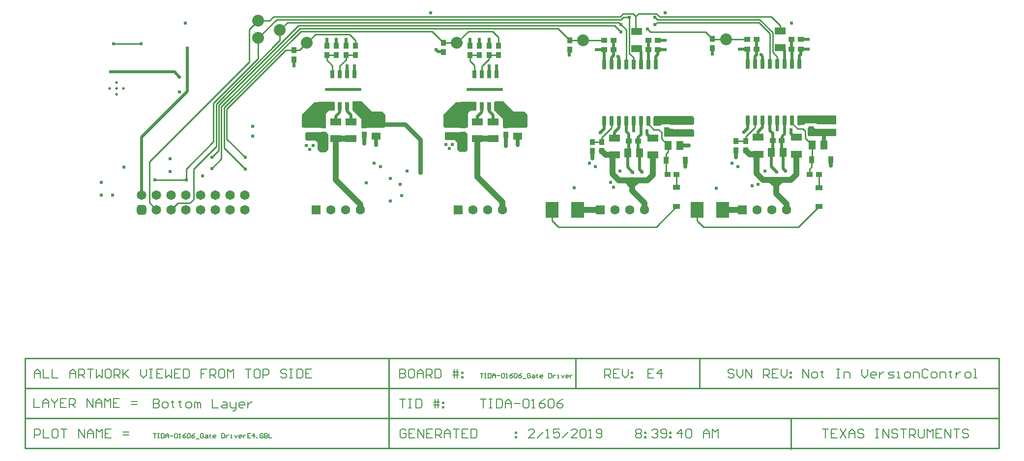
<source format=gbl>
G04*
G04 #@! TF.GenerationSoftware,Altium Limited,Altium Designer,18.1.9 (240)*
G04*
G04 Layer_Physical_Order=4*
G04 Layer_Color=16711680*
%FSAX25Y25*%
%MOIN*%
G70*
G01*
G75*
%ADD15C,0.00800*%
%ADD17C,0.00600*%
%ADD25C,0.01000*%
%ADD29R,0.03937X0.03740*%
%ADD30R,0.03740X0.03937*%
%ADD31R,0.05000X0.06300*%
%ADD32R,0.06300X0.05000*%
%ADD33R,0.07284X0.05118*%
%ADD42R,0.04803X0.03602*%
%ADD77C,0.02000*%
%ADD78C,0.02500*%
%ADD80C,0.06496*%
G04:AMPARAMS|DCode=81|XSize=64.96mil|YSize=64.96mil|CornerRadius=16.24mil|HoleSize=0mil|Usage=FLASHONLY|Rotation=90.000|XOffset=0mil|YOffset=0mil|HoleType=Round|Shape=RoundedRectangle|*
%AMROUNDEDRECTD81*
21,1,0.06496,0.03248,0,0,90.0*
21,1,0.03248,0.06496,0,0,90.0*
1,1,0.03248,0.01624,0.01624*
1,1,0.03248,0.01624,-0.01624*
1,1,0.03248,-0.01624,-0.01624*
1,1,0.03248,-0.01624,0.01624*
%
%ADD81ROUNDEDRECTD81*%
%ADD82O,0.25000X0.02000*%
%ADD83C,0.06299*%
%ADD84R,0.06299X0.06299*%
%ADD85C,0.08000*%
%ADD86C,0.02400*%
%ADD87C,0.01968*%
G04:AMPARAMS|DCode=88|XSize=23.62mil|YSize=55.12mil|CornerRadius=2.01mil|HoleSize=0mil|Usage=FLASHONLY|Rotation=180.000|XOffset=0mil|YOffset=0mil|HoleType=Round|Shape=RoundedRectangle|*
%AMROUNDEDRECTD88*
21,1,0.02362,0.05110,0,0,180.0*
21,1,0.01961,0.05512,0,0,180.0*
1,1,0.00402,-0.00980,0.02555*
1,1,0.00402,0.00980,0.02555*
1,1,0.00402,0.00980,-0.02555*
1,1,0.00402,-0.00980,-0.02555*
%
%ADD88ROUNDEDRECTD88*%
G04:AMPARAMS|DCode=89|XSize=23.62mil|YSize=64.96mil|CornerRadius=2.01mil|HoleSize=0mil|Usage=FLASHONLY|Rotation=0.000|XOffset=0mil|YOffset=0mil|HoleType=Round|Shape=RoundedRectangle|*
%AMROUNDEDRECTD89*
21,1,0.02362,0.06095,0,0,0.0*
21,1,0.01961,0.06496,0,0,0.0*
1,1,0.00402,0.00980,-0.03047*
1,1,0.00402,-0.00980,-0.03047*
1,1,0.00402,-0.00980,0.03047*
1,1,0.00402,0.00980,0.03047*
%
%ADD89ROUNDEDRECTD89*%
%ADD90R,0.03602X0.04803*%
%ADD91R,0.08500X0.10799*%
%ADD92C,0.04000*%
%ADD93C,0.03000*%
G36*
X0244189Y0254300D02*
X0245689Y0252800D01*
Y0242800D01*
X0243789Y0240900D01*
X0240089D01*
X0239589Y0241400D01*
X0238289Y0242700D01*
Y0246400D01*
Y0247500D01*
X0237089Y0248700D01*
X0236889Y0248900D01*
X0230689D01*
X0230289Y0249300D01*
X0229989Y0249600D01*
Y0252900D01*
Y0253900D01*
X0230489Y0254400D01*
X0230589Y0254500D01*
X0243989D01*
X0244189Y0254300D01*
D02*
G37*
G36*
X0249989Y0274900D02*
Y0269200D01*
X0249789Y0269000D01*
X0245889D01*
X0244097Y0267208D01*
Y0257940D01*
X0243597Y0257440D01*
X0228597D01*
X0227597Y0258440D01*
Y0266440D01*
X0236057Y0274900D01*
X0238789D01*
X0239089Y0275200D01*
X0249689D01*
X0249989Y0274900D01*
D02*
G37*
G36*
X0346089D02*
Y0269200D01*
X0345889Y0269000D01*
X0341989D01*
X0340197Y0267208D01*
Y0257940D01*
X0339697Y0257440D01*
X0324697D01*
X0323697Y0258440D01*
Y0266440D01*
X0332157Y0274900D01*
X0334889D01*
X0335189Y0275200D01*
X0345789D01*
X0346089Y0274900D01*
D02*
G37*
G36*
X0275049Y0268440D02*
X0282407Y0268440D01*
X0284407Y0266440D01*
Y0258440D01*
X0283407Y0257440D01*
X0268700D01*
X0267907Y0258233D01*
X0267907Y0263382D01*
X0265931Y0265358D01*
Y0265368D01*
X0265921D01*
X0261889Y0269400D01*
X0261889Y0274800D01*
X0262389Y0275300D01*
X0268189D01*
X0275049Y0268440D01*
D02*
G37*
G36*
X0338889Y0254400D02*
X0339889Y0253400D01*
Y0242400D01*
X0338489Y0241000D01*
X0334789D01*
X0334289Y0241500D01*
X0332989Y0242800D01*
Y0246500D01*
Y0247600D01*
X0331789Y0248800D01*
X0331589Y0249000D01*
X0325389D01*
X0324989Y0249400D01*
X0324689Y0249700D01*
Y0253000D01*
Y0254000D01*
X0325189Y0254500D01*
X0325289Y0254600D01*
X0338689D01*
X0338889Y0254400D01*
D02*
G37*
G36*
X0371149Y0268440D02*
X0378507Y0268440D01*
X0380507Y0266440D01*
Y0258440D01*
X0379507Y0257440D01*
X0364800D01*
X0364007Y0258233D01*
X0364007Y0263382D01*
X0362031Y0265358D01*
Y0265368D01*
X0362021D01*
X0357989Y0269400D01*
X0357989Y0274800D01*
X0358489Y0275300D01*
X0364289D01*
X0371149Y0268440D01*
D02*
G37*
G36*
X0493689Y0264300D02*
Y0260400D01*
X0492729Y0259440D01*
X0477881D01*
X0477649Y0259486D01*
X0477613Y0259511D01*
X0477522Y0259548D01*
X0477130Y0259940D01*
X0471630D01*
X0470807Y0259118D01*
X0470714Y0259055D01*
X0470599Y0258940D01*
X0466630D01*
X0466130Y0259440D01*
Y0264440D01*
X0467130Y0265440D01*
X0492549D01*
X0493689Y0264300D01*
D02*
G37*
G36*
X0476197Y0257391D02*
X0476233Y0257367D01*
X0476374Y0257308D01*
X0476546Y0257193D01*
X0476546Y0257193D01*
X0476546Y0257193D01*
X0476637Y0257156D01*
X0476841Y0257115D01*
X0476893Y0257093D01*
X0476905Y0257085D01*
X0476920Y0257082D01*
X0477152Y0256986D01*
X0477384Y0256940D01*
X0477635Y0256940D01*
X0477881Y0256891D01*
X0479179D01*
X0479630Y0256440D01*
X0492849D01*
X0493689Y0255600D01*
X0493689Y0252200D01*
X0492929Y0251440D01*
X0488630D01*
X0473649Y0251440D01*
X0473289Y0251800D01*
X0473289Y0256970D01*
X0473710Y0257391D01*
X0476197D01*
X0476197Y0257391D01*
D02*
G37*
G36*
X0589889Y0265540D02*
X0589889Y0260200D01*
X0589629Y0259940D01*
X0579098Y0259940D01*
X0577254D01*
X0577008Y0259989D01*
X0576791D01*
X0576333Y0260295D01*
X0575358Y0260489D01*
X0570508D01*
X0570262Y0260440D01*
X0569098D01*
X0568098Y0259440D01*
X0564098D01*
X0563598Y0259940D01*
Y0264940D01*
X0564598Y0265940D01*
X0589489D01*
X0589889Y0265540D01*
D02*
G37*
G36*
X0575949Y0256940D02*
X0585008Y0256940D01*
X0589508D01*
X0589967Y0256481D01*
Y0252399D01*
X0589508Y0251940D01*
X0586508Y0251940D01*
X0571049Y0251940D01*
X0570690Y0252299D01*
Y0255000D01*
X0570689Y0255005D01*
X0570689Y0257500D01*
X0571129Y0257940D01*
X0574949Y0257940D01*
X0575949Y0256940D01*
D02*
G37*
G54D15*
X0126900Y0073549D02*
Y0067551D01*
X0129899D01*
X0130899Y0068550D01*
Y0069550D01*
X0129899Y0070550D01*
X0126900D01*
X0129899D01*
X0130899Y0071549D01*
Y0072549D01*
X0129899Y0073549D01*
X0126900D01*
X0133898Y0067551D02*
X0135897D01*
X0136897Y0068550D01*
Y0070550D01*
X0135897Y0071549D01*
X0133898D01*
X0132898Y0070550D01*
Y0068550D01*
X0133898Y0067551D01*
X0139896Y0072549D02*
Y0071549D01*
X0138896D01*
X0140895D01*
X0139896D01*
Y0068550D01*
X0140895Y0067551D01*
X0144894Y0072549D02*
Y0071549D01*
X0143895D01*
X0145894D01*
X0144894D01*
Y0068550D01*
X0145894Y0067551D01*
X0149893D02*
X0151892D01*
X0152892Y0068550D01*
Y0070550D01*
X0151892Y0071549D01*
X0149893D01*
X0148893Y0070550D01*
Y0068550D01*
X0149893Y0067551D01*
X0154891D02*
Y0071549D01*
X0155891D01*
X0156890Y0070550D01*
Y0067551D01*
Y0070550D01*
X0157890Y0071549D01*
X0158890Y0070550D01*
Y0067551D01*
X0166887Y0073549D02*
Y0067551D01*
X0170886D01*
X0173885Y0071549D02*
X0175884D01*
X0176884Y0070550D01*
Y0067551D01*
X0173885D01*
X0172885Y0068550D01*
X0173885Y0069550D01*
X0176884D01*
X0178883Y0071549D02*
Y0068550D01*
X0179883Y0067551D01*
X0182882D01*
Y0066551D01*
X0181882Y0065551D01*
X0180883D01*
X0182882Y0067551D02*
Y0071549D01*
X0187880Y0067551D02*
X0185881D01*
X0184881Y0068550D01*
Y0070550D01*
X0185881Y0071549D01*
X0187880D01*
X0188880Y0070550D01*
Y0069550D01*
X0184881D01*
X0190879Y0071549D02*
Y0067551D01*
Y0069550D01*
X0191879Y0070550D01*
X0192879Y0071549D01*
X0193878D01*
X0045850Y0073649D02*
Y0067651D01*
X0049849D01*
X0051848D02*
Y0071649D01*
X0053847Y0073649D01*
X0055847Y0071649D01*
Y0067651D01*
Y0070650D01*
X0051848D01*
X0057846Y0073649D02*
Y0072649D01*
X0059846Y0070650D01*
X0061845Y0072649D01*
Y0073649D01*
X0059846Y0070650D02*
Y0067651D01*
X0067843Y0073649D02*
X0063844D01*
Y0067651D01*
X0067843D01*
X0063844Y0070650D02*
X0065843D01*
X0069842Y0067651D02*
Y0073649D01*
X0072841D01*
X0073841Y0072649D01*
Y0070650D01*
X0072841Y0069650D01*
X0069842D01*
X0071842D02*
X0073841Y0067651D01*
X0081838D02*
Y0073649D01*
X0085837Y0067651D01*
Y0073649D01*
X0087836Y0067651D02*
Y0071649D01*
X0089836Y0073649D01*
X0091835Y0071649D01*
Y0067651D01*
Y0070650D01*
X0087836D01*
X0093835Y0067651D02*
Y0073649D01*
X0095834Y0071649D01*
X0097833Y0073649D01*
Y0067651D01*
X0103831Y0073649D02*
X0099832D01*
Y0067651D01*
X0103831D01*
X0099832Y0070650D02*
X0101832D01*
X0111829Y0069650D02*
X0115827D01*
X0111829Y0071649D02*
X0115827D01*
X0348550Y0073498D02*
X0352549D01*
X0350549D01*
Y0067500D01*
X0354548Y0073498D02*
X0356547D01*
X0355548D01*
Y0067500D01*
X0354548D01*
X0356547D01*
X0359546Y0073498D02*
Y0067500D01*
X0362545D01*
X0363545Y0068500D01*
Y0072498D01*
X0362545Y0073498D01*
X0359546D01*
X0365545Y0067500D02*
Y0071499D01*
X0367544Y0073498D01*
X0369543Y0071499D01*
Y0067500D01*
Y0070499D01*
X0365545D01*
X0371543D02*
X0375541D01*
X0377541Y0072498D02*
X0378540Y0073498D01*
X0380540D01*
X0381539Y0072498D01*
Y0068500D01*
X0380540Y0067500D01*
X0378540D01*
X0377541Y0068500D01*
Y0072498D01*
X0383539Y0067500D02*
X0385538D01*
X0384538D01*
Y0073498D01*
X0383539Y0072498D01*
X0392536Y0073498D02*
X0390536Y0072498D01*
X0388537Y0070499D01*
Y0068500D01*
X0389537Y0067500D01*
X0391536D01*
X0392536Y0068500D01*
Y0069499D01*
X0391536Y0070499D01*
X0388537D01*
X0394535Y0072498D02*
X0395535Y0073498D01*
X0397534D01*
X0398534Y0072498D01*
Y0068500D01*
X0397534Y0067500D01*
X0395535D01*
X0394535Y0068500D01*
Y0072498D01*
X0404532Y0073498D02*
X0402532Y0072498D01*
X0400533Y0070499D01*
Y0068500D01*
X0401533Y0067500D01*
X0403532D01*
X0404532Y0068500D01*
Y0069499D01*
X0403532Y0070499D01*
X0400533D01*
X0294000Y0073498D02*
X0297999D01*
X0295999D01*
Y0067500D01*
X0299998Y0073498D02*
X0301997D01*
X0300998D01*
Y0067500D01*
X0299998D01*
X0301997D01*
X0304996Y0073498D02*
Y0067500D01*
X0307996D01*
X0308995Y0068500D01*
Y0072498D01*
X0307996Y0073498D01*
X0304996D01*
X0317992Y0067500D02*
Y0073498D01*
X0319992D02*
Y0067500D01*
X0316993Y0071499D02*
X0319992D01*
X0320991D01*
X0316993Y0069499D02*
X0320991D01*
X0322991Y0071499D02*
X0323990D01*
Y0070499D01*
X0322991D01*
Y0071499D01*
Y0068500D02*
X0323990D01*
Y0067500D01*
X0322991D01*
Y0068500D01*
X0580500Y0052965D02*
X0584499D01*
X0582499D01*
Y0046966D01*
X0590497Y0052965D02*
X0586498D01*
Y0046966D01*
X0590497D01*
X0586498Y0049966D02*
X0588497D01*
X0592496Y0052965D02*
X0596495Y0046966D01*
Y0052965D02*
X0592496Y0046966D01*
X0598494D02*
Y0050965D01*
X0600493Y0052965D01*
X0602493Y0050965D01*
Y0046966D01*
Y0049966D01*
X0598494D01*
X0608491Y0051965D02*
X0607491Y0052965D01*
X0605492D01*
X0604492Y0051965D01*
Y0050965D01*
X0605492Y0049966D01*
X0607491D01*
X0608491Y0048966D01*
Y0047966D01*
X0607491Y0046966D01*
X0605492D01*
X0604492Y0047966D01*
X0616488Y0052965D02*
X0618488D01*
X0617488D01*
Y0046966D01*
X0616488D01*
X0618488D01*
X0621487D02*
Y0052965D01*
X0625486Y0046966D01*
Y0052965D01*
X0631484Y0051965D02*
X0630484Y0052965D01*
X0628484D01*
X0627485Y0051965D01*
Y0050965D01*
X0628484Y0049966D01*
X0630484D01*
X0631484Y0048966D01*
Y0047966D01*
X0630484Y0046966D01*
X0628484D01*
X0627485Y0047966D01*
X0633483Y0052965D02*
X0637482D01*
X0635482D01*
Y0046966D01*
X0639481D02*
Y0052965D01*
X0642480D01*
X0643480Y0051965D01*
Y0049966D01*
X0642480Y0048966D01*
X0639481D01*
X0641480D02*
X0643480Y0046966D01*
X0645479Y0052965D02*
Y0047966D01*
X0646479Y0046966D01*
X0648478D01*
X0649478Y0047966D01*
Y0052965D01*
X0651477Y0046966D02*
Y0052965D01*
X0653476Y0050965D01*
X0655476Y0052965D01*
Y0046966D01*
X0661474Y0052965D02*
X0657475D01*
Y0046966D01*
X0661474D01*
X0657475Y0049966D02*
X0659474D01*
X0663473Y0046966D02*
Y0052965D01*
X0667472Y0046966D01*
Y0052965D01*
X0669471D02*
X0673470D01*
X0671471D01*
Y0046966D01*
X0679468Y0051965D02*
X0678468Y0052965D01*
X0676469D01*
X0675469Y0051965D01*
Y0050965D01*
X0676469Y0049966D01*
X0678468D01*
X0679468Y0048966D01*
Y0047966D01*
X0678468Y0046966D01*
X0676469D01*
X0675469Y0047966D01*
X0454050Y0051965D02*
X0455050Y0052965D01*
X0457049D01*
X0458049Y0051965D01*
Y0050965D01*
X0457049Y0049966D01*
X0458049Y0048966D01*
Y0047966D01*
X0457049Y0046966D01*
X0455050D01*
X0454050Y0047966D01*
Y0048966D01*
X0455050Y0049966D01*
X0454050Y0050965D01*
Y0051965D01*
X0455050Y0049966D02*
X0457049D01*
X0460048Y0050965D02*
X0461048D01*
Y0049966D01*
X0460048D01*
Y0050965D01*
Y0047966D02*
X0461048D01*
Y0046966D01*
X0460048D01*
Y0047966D01*
X0465046Y0051965D02*
X0466046Y0052965D01*
X0468046D01*
X0469045Y0051965D01*
Y0050965D01*
X0468046Y0049966D01*
X0467046D01*
X0468046D01*
X0469045Y0048966D01*
Y0047966D01*
X0468046Y0046966D01*
X0466046D01*
X0465046Y0047966D01*
X0471044D02*
X0472044Y0046966D01*
X0474044D01*
X0475043Y0047966D01*
Y0051965D01*
X0474044Y0052965D01*
X0472044D01*
X0471044Y0051965D01*
Y0050965D01*
X0472044Y0049966D01*
X0475043D01*
X0477043Y0050965D02*
X0478042D01*
Y0049966D01*
X0477043D01*
Y0050965D01*
Y0047966D02*
X0478042D01*
Y0046966D01*
X0477043D01*
Y0047966D01*
X0485040Y0046966D02*
Y0052965D01*
X0482041Y0049966D01*
X0486040D01*
X0488039Y0051965D02*
X0489039Y0052965D01*
X0491038D01*
X0492038Y0051965D01*
Y0047966D01*
X0491038Y0046966D01*
X0489039D01*
X0488039Y0047966D01*
Y0051965D01*
X0500035Y0046966D02*
Y0050965D01*
X0502035Y0052965D01*
X0504034Y0050965D01*
Y0046966D01*
Y0049966D01*
X0500035D01*
X0506033Y0046966D02*
Y0052965D01*
X0508033Y0050965D01*
X0510032Y0052965D01*
Y0046966D01*
X0046350D02*
Y0052965D01*
X0049349D01*
X0050349Y0051965D01*
Y0049966D01*
X0049349Y0048966D01*
X0046350D01*
X0052348Y0052965D02*
Y0046966D01*
X0056347D01*
X0061345Y0052965D02*
X0059346D01*
X0058346Y0051965D01*
Y0047966D01*
X0059346Y0046966D01*
X0061345D01*
X0062345Y0047966D01*
Y0051965D01*
X0061345Y0052965D01*
X0064344D02*
X0068343D01*
X0066343D01*
Y0046966D01*
X0076340D02*
Y0052965D01*
X0080339Y0046966D01*
Y0052965D01*
X0082338Y0046966D02*
Y0050965D01*
X0084338Y0052965D01*
X0086337Y0050965D01*
Y0046966D01*
Y0049966D01*
X0082338D01*
X0088336Y0046966D02*
Y0052965D01*
X0090336Y0050965D01*
X0092335Y0052965D01*
Y0046966D01*
X0098333Y0052965D02*
X0094335D01*
Y0046966D01*
X0098333D01*
X0094335Y0049966D02*
X0096334D01*
X0106331Y0048966D02*
X0110329D01*
X0106331Y0050965D02*
X0110329D01*
X0294000Y0093831D02*
Y0087833D01*
X0296999D01*
X0297999Y0088833D01*
Y0089833D01*
X0296999Y0090832D01*
X0294000D01*
X0296999D01*
X0297999Y0091832D01*
Y0092832D01*
X0296999Y0093831D01*
X0294000D01*
X0302997D02*
X0300998D01*
X0299998Y0092832D01*
Y0088833D01*
X0300998Y0087833D01*
X0302997D01*
X0303997Y0088833D01*
Y0092832D01*
X0302997Y0093831D01*
X0305996Y0087833D02*
Y0091832D01*
X0307996Y0093831D01*
X0309995Y0091832D01*
Y0087833D01*
Y0090832D01*
X0305996D01*
X0311994Y0087833D02*
Y0093831D01*
X0314993D01*
X0315993Y0092832D01*
Y0090832D01*
X0314993Y0089833D01*
X0311994D01*
X0313994D02*
X0315993Y0087833D01*
X0317992Y0093831D02*
Y0087833D01*
X0320991D01*
X0321991Y0088833D01*
Y0092832D01*
X0320991Y0093831D01*
X0317992D01*
X0330988Y0087833D02*
Y0093831D01*
X0332987D02*
Y0087833D01*
X0329988Y0091832D02*
X0332987D01*
X0333987D01*
X0329988Y0089833D02*
X0333987D01*
X0335986Y0091832D02*
X0336986D01*
Y0090832D01*
X0335986D01*
Y0091832D01*
Y0088833D02*
X0336986D01*
Y0087833D01*
X0335986D01*
Y0088833D01*
X0466149Y0093831D02*
X0462150D01*
Y0087833D01*
X0466149D01*
X0462150Y0090832D02*
X0464149D01*
X0471147Y0087833D02*
Y0093831D01*
X0468148Y0090832D01*
X0472147D01*
X0046350Y0087833D02*
Y0091832D01*
X0048349Y0093831D01*
X0050349Y0091832D01*
Y0087833D01*
Y0090832D01*
X0046350D01*
X0052348Y0093831D02*
Y0087833D01*
X0056347D01*
X0058346Y0093831D02*
Y0087833D01*
X0062345D01*
X0070342D02*
Y0091832D01*
X0072342Y0093831D01*
X0074341Y0091832D01*
Y0087833D01*
Y0090832D01*
X0070342D01*
X0076340Y0087833D02*
Y0093831D01*
X0079339D01*
X0080339Y0092832D01*
Y0090832D01*
X0079339Y0089833D01*
X0076340D01*
X0078340D02*
X0080339Y0087833D01*
X0082338Y0093831D02*
X0086337D01*
X0084338D01*
Y0087833D01*
X0088336Y0093831D02*
Y0087833D01*
X0090336Y0089833D01*
X0092335Y0087833D01*
Y0093831D01*
X0097334D02*
X0095334D01*
X0094335Y0092832D01*
Y0088833D01*
X0095334Y0087833D01*
X0097334D01*
X0098333Y0088833D01*
Y0092832D01*
X0097334Y0093831D01*
X0100332Y0087833D02*
Y0093831D01*
X0103332D01*
X0104331Y0092832D01*
Y0090832D01*
X0103332Y0089833D01*
X0100332D01*
X0102332D02*
X0104331Y0087833D01*
X0106331Y0093831D02*
Y0087833D01*
Y0089833D01*
X0110329Y0093831D01*
X0107330Y0090832D01*
X0110329Y0087833D01*
X0118327Y0093831D02*
Y0089833D01*
X0120326Y0087833D01*
X0122325Y0089833D01*
Y0093831D01*
X0124325D02*
X0126324D01*
X0125324D01*
Y0087833D01*
X0124325D01*
X0126324D01*
X0133322Y0093831D02*
X0129323D01*
Y0087833D01*
X0133322D01*
X0129323Y0090832D02*
X0131323D01*
X0135321Y0093831D02*
Y0087833D01*
X0137321Y0089833D01*
X0139320Y0087833D01*
Y0093831D01*
X0145318D02*
X0141319D01*
Y0087833D01*
X0145318D01*
X0141319Y0090832D02*
X0143319D01*
X0147317Y0093831D02*
Y0087833D01*
X0150316D01*
X0151316Y0088833D01*
Y0092832D01*
X0150316Y0093831D01*
X0147317D01*
X0163312D02*
X0159313D01*
Y0090832D01*
X0161313D01*
X0159313D01*
Y0087833D01*
X0165312D02*
Y0093831D01*
X0168310D01*
X0169310Y0092832D01*
Y0090832D01*
X0168310Y0089833D01*
X0165312D01*
X0167311D02*
X0169310Y0087833D01*
X0174309Y0093831D02*
X0172309D01*
X0171310Y0092832D01*
Y0088833D01*
X0172309Y0087833D01*
X0174309D01*
X0175308Y0088833D01*
Y0092832D01*
X0174309Y0093831D01*
X0177308Y0087833D02*
Y0093831D01*
X0179307Y0091832D01*
X0181306Y0093831D01*
Y0087833D01*
X0189304Y0093831D02*
X0193303D01*
X0191303D01*
Y0087833D01*
X0198301Y0093831D02*
X0196301D01*
X0195302Y0092832D01*
Y0088833D01*
X0196301Y0087833D01*
X0198301D01*
X0199301Y0088833D01*
Y0092832D01*
X0198301Y0093831D01*
X0201300Y0087833D02*
Y0093831D01*
X0204299D01*
X0205299Y0092832D01*
Y0090832D01*
X0204299Y0089833D01*
X0201300D01*
X0217295Y0092832D02*
X0216295Y0093831D01*
X0214296D01*
X0213296Y0092832D01*
Y0091832D01*
X0214296Y0090832D01*
X0216295D01*
X0217295Y0089833D01*
Y0088833D01*
X0216295Y0087833D01*
X0214296D01*
X0213296Y0088833D01*
X0219294Y0093831D02*
X0221293D01*
X0220294D01*
Y0087833D01*
X0219294D01*
X0221293D01*
X0224292Y0093831D02*
Y0087833D01*
X0227291D01*
X0228291Y0088833D01*
Y0092832D01*
X0227291Y0093831D01*
X0224292D01*
X0234289D02*
X0230291D01*
Y0087833D01*
X0234289D01*
X0230291Y0090832D02*
X0232290D01*
X0298199Y0051965D02*
X0297199Y0052965D01*
X0295200D01*
X0294200Y0051965D01*
Y0047966D01*
X0295200Y0046966D01*
X0297199D01*
X0298199Y0047966D01*
Y0049966D01*
X0296199D01*
X0304197Y0052965D02*
X0300198D01*
Y0046966D01*
X0304197D01*
X0300198Y0049966D02*
X0302197D01*
X0306196Y0046966D02*
Y0052965D01*
X0310195Y0046966D01*
Y0052965D01*
X0316193D02*
X0312194D01*
Y0046966D01*
X0316193D01*
X0312194Y0049966D02*
X0314194D01*
X0318192Y0046966D02*
Y0052965D01*
X0321191D01*
X0322191Y0051965D01*
Y0049966D01*
X0321191Y0048966D01*
X0318192D01*
X0320192D02*
X0322191Y0046966D01*
X0324190D02*
Y0050965D01*
X0326190Y0052965D01*
X0328189Y0050965D01*
Y0046966D01*
Y0049966D01*
X0324190D01*
X0330188Y0052965D02*
X0334187D01*
X0332188D01*
Y0046966D01*
X0340185Y0052965D02*
X0336186D01*
Y0046966D01*
X0340185D01*
X0336186Y0049966D02*
X0338186D01*
X0342184Y0052965D02*
Y0046966D01*
X0345183D01*
X0346183Y0047966D01*
Y0051965D01*
X0345183Y0052965D01*
X0342184D01*
X0372175Y0050965D02*
X0373175D01*
Y0049966D01*
X0372175D01*
Y0050965D01*
Y0047966D02*
X0373175D01*
Y0046966D01*
X0372175D01*
Y0047966D01*
X0385149Y0046966D02*
X0381150D01*
X0385149Y0050965D01*
Y0051965D01*
X0384149Y0052965D01*
X0382150D01*
X0381150Y0051965D01*
X0387148Y0046966D02*
X0391147Y0050965D01*
X0393146Y0046966D02*
X0395146D01*
X0394146D01*
Y0052965D01*
X0393146Y0051965D01*
X0402143Y0052965D02*
X0398145D01*
Y0049966D01*
X0400144Y0050965D01*
X0401144D01*
X0402143Y0049966D01*
Y0047966D01*
X0401144Y0046966D01*
X0399144D01*
X0398145Y0047966D01*
X0404143Y0046966D02*
X0408141Y0050965D01*
X0414139Y0046966D02*
X0410141D01*
X0414139Y0050965D01*
Y0051965D01*
X0413140Y0052965D01*
X0411140D01*
X0410141Y0051965D01*
X0416139D02*
X0417138Y0052965D01*
X0419138D01*
X0420137Y0051965D01*
Y0047966D01*
X0419138Y0046966D01*
X0417138D01*
X0416139Y0047966D01*
Y0051965D01*
X0422137Y0046966D02*
X0424136D01*
X0423136D01*
Y0052965D01*
X0422137Y0051965D01*
X0427135Y0047966D02*
X0428135Y0046966D01*
X0430134D01*
X0431134Y0047966D01*
Y0051965D01*
X0430134Y0052965D01*
X0428135D01*
X0427135Y0051965D01*
Y0050965D01*
X0428135Y0049966D01*
X0431134D01*
X0433000Y0087833D02*
Y0093831D01*
X0435999D01*
X0436999Y0092832D01*
Y0090832D01*
X0435999Y0089833D01*
X0433000D01*
X0434999D02*
X0436999Y0087833D01*
X0442997Y0093831D02*
X0438998D01*
Y0087833D01*
X0442997D01*
X0438998Y0090832D02*
X0440997D01*
X0444996Y0093831D02*
Y0089833D01*
X0446995Y0087833D01*
X0448995Y0089833D01*
Y0093831D01*
X0450994Y0091832D02*
X0451994D01*
Y0090832D01*
X0450994D01*
Y0091832D01*
Y0088833D02*
X0451994D01*
Y0087833D01*
X0450994D01*
Y0088833D01*
X0520799Y0092832D02*
X0519799Y0093831D01*
X0517800D01*
X0516800Y0092832D01*
Y0091832D01*
X0517800Y0090832D01*
X0519799D01*
X0520799Y0089833D01*
Y0088833D01*
X0519799Y0087833D01*
X0517800D01*
X0516800Y0088833D01*
X0522798Y0093831D02*
Y0089833D01*
X0524797Y0087833D01*
X0526797Y0089833D01*
Y0093831D01*
X0528796Y0087833D02*
Y0093831D01*
X0532795Y0087833D01*
Y0093831D01*
X0540792Y0087833D02*
Y0093831D01*
X0543791D01*
X0544791Y0092832D01*
Y0090832D01*
X0543791Y0089833D01*
X0540792D01*
X0542792D02*
X0544791Y0087833D01*
X0550789Y0093831D02*
X0546790D01*
Y0087833D01*
X0550789D01*
X0546790Y0090832D02*
X0548790D01*
X0552788Y0093831D02*
Y0089833D01*
X0554788Y0087833D01*
X0556787Y0089833D01*
Y0093831D01*
X0558786Y0091832D02*
X0559786D01*
Y0090832D01*
X0558786D01*
Y0091832D01*
Y0088833D02*
X0559786D01*
Y0087833D01*
X0558786D01*
Y0088833D01*
X0567400Y0087833D02*
Y0093831D01*
X0571399Y0087833D01*
Y0093831D01*
X0574398Y0087833D02*
X0576397D01*
X0577397Y0088833D01*
Y0090832D01*
X0576397Y0091832D01*
X0574398D01*
X0573398Y0090832D01*
Y0088833D01*
X0574398Y0087833D01*
X0580396Y0092832D02*
Y0091832D01*
X0579396D01*
X0581395D01*
X0580396D01*
Y0088833D01*
X0581395Y0087833D01*
X0590393Y0093831D02*
X0592392D01*
X0591392D01*
Y0087833D01*
X0590393D01*
X0592392D01*
X0595391D02*
Y0091832D01*
X0598390D01*
X0599390Y0090832D01*
Y0087833D01*
X0607387Y0093831D02*
Y0089833D01*
X0609386Y0087833D01*
X0611386Y0089833D01*
Y0093831D01*
X0616384Y0087833D02*
X0614385D01*
X0613385Y0088833D01*
Y0090832D01*
X0614385Y0091832D01*
X0616384D01*
X0617384Y0090832D01*
Y0089833D01*
X0613385D01*
X0619383Y0091832D02*
Y0087833D01*
Y0089833D01*
X0620383Y0090832D01*
X0621383Y0091832D01*
X0622382D01*
X0625381Y0087833D02*
X0628380D01*
X0629380Y0088833D01*
X0628380Y0089833D01*
X0626381D01*
X0625381Y0090832D01*
X0626381Y0091832D01*
X0629380D01*
X0631379Y0087833D02*
X0633379D01*
X0632379D01*
Y0091832D01*
X0631379D01*
X0637377Y0087833D02*
X0639377D01*
X0640376Y0088833D01*
Y0090832D01*
X0639377Y0091832D01*
X0637377D01*
X0636378Y0090832D01*
Y0088833D01*
X0637377Y0087833D01*
X0642376D02*
Y0091832D01*
X0645375D01*
X0646374Y0090832D01*
Y0087833D01*
X0652373Y0092832D02*
X0651373Y0093831D01*
X0649373D01*
X0648374Y0092832D01*
Y0088833D01*
X0649373Y0087833D01*
X0651373D01*
X0652373Y0088833D01*
X0655372Y0087833D02*
X0657371D01*
X0658371Y0088833D01*
Y0090832D01*
X0657371Y0091832D01*
X0655372D01*
X0654372Y0090832D01*
Y0088833D01*
X0655372Y0087833D01*
X0660370D02*
Y0091832D01*
X0663369D01*
X0664369Y0090832D01*
Y0087833D01*
X0667368Y0092832D02*
Y0091832D01*
X0666368D01*
X0668367D01*
X0667368D01*
Y0088833D01*
X0668367Y0087833D01*
X0671366Y0091832D02*
Y0087833D01*
Y0089833D01*
X0672366Y0090832D01*
X0673366Y0091832D01*
X0674365D01*
X0678364Y0087833D02*
X0680364D01*
X0681363Y0088833D01*
Y0090832D01*
X0680364Y0091832D01*
X0678364D01*
X0677364Y0090832D01*
Y0088833D01*
X0678364Y0087833D01*
X0683362D02*
X0685362D01*
X0684362D01*
Y0093831D01*
X0683362D01*
G54D17*
X0348550Y0090832D02*
X0350549D01*
X0349550D01*
Y0087833D01*
X0351549Y0090832D02*
X0352549D01*
X0352049D01*
Y0087833D01*
X0351549D01*
X0352549D01*
X0354048Y0090832D02*
Y0087833D01*
X0355548D01*
X0356048Y0088333D01*
Y0090333D01*
X0355548Y0090832D01*
X0354048D01*
X0357047Y0087833D02*
Y0089833D01*
X0358047Y0090832D01*
X0359047Y0089833D01*
Y0087833D01*
Y0089333D01*
X0357047D01*
X0360046D02*
X0362046D01*
X0363045Y0090333D02*
X0363545Y0090832D01*
X0364545D01*
X0365045Y0090333D01*
Y0088333D01*
X0364545Y0087833D01*
X0363545D01*
X0363045Y0088333D01*
Y0090333D01*
X0366044Y0087833D02*
X0367044D01*
X0366544D01*
Y0090832D01*
X0366044Y0090333D01*
X0370543Y0090832D02*
X0369543Y0090333D01*
X0368544Y0089333D01*
Y0088333D01*
X0369043Y0087833D01*
X0370043D01*
X0370543Y0088333D01*
Y0088833D01*
X0370043Y0089333D01*
X0368544D01*
X0371543Y0090333D02*
X0372042Y0090832D01*
X0373042D01*
X0373542Y0090333D01*
Y0088333D01*
X0373042Y0087833D01*
X0372042D01*
X0371543Y0088333D01*
Y0090333D01*
X0376541Y0090832D02*
X0375541Y0090333D01*
X0374542Y0089333D01*
Y0088333D01*
X0375041Y0087833D01*
X0376041D01*
X0376541Y0088333D01*
Y0088833D01*
X0376041Y0089333D01*
X0374542D01*
X0377541Y0087334D02*
X0379540D01*
X0382539Y0090333D02*
X0382039Y0090832D01*
X0381040D01*
X0380540Y0090333D01*
Y0088333D01*
X0381040Y0087833D01*
X0382039D01*
X0382539Y0088333D01*
Y0089333D01*
X0381539D01*
X0384038Y0089833D02*
X0385038D01*
X0385538Y0089333D01*
Y0087833D01*
X0384038D01*
X0383539Y0088333D01*
X0384038Y0088833D01*
X0385538D01*
X0387038Y0090333D02*
Y0089833D01*
X0386538D01*
X0387537D01*
X0387038D01*
Y0088333D01*
X0387537Y0087833D01*
X0390536D02*
X0389537D01*
X0389037Y0088333D01*
Y0089333D01*
X0389537Y0089833D01*
X0390536D01*
X0391036Y0089333D01*
Y0088833D01*
X0389037D01*
X0395035Y0090832D02*
Y0087833D01*
X0396534D01*
X0397034Y0088333D01*
Y0090333D01*
X0396534Y0090832D01*
X0395035D01*
X0398034Y0089833D02*
Y0087833D01*
Y0088833D01*
X0398534Y0089333D01*
X0399034Y0089833D01*
X0399534D01*
X0401033Y0087833D02*
X0402033D01*
X0401533D01*
Y0089833D01*
X0401033D01*
X0403532D02*
X0404532Y0087833D01*
X0405532Y0089833D01*
X0408031Y0087833D02*
X0407031D01*
X0406531Y0088333D01*
Y0089333D01*
X0407031Y0089833D01*
X0408031D01*
X0408531Y0089333D01*
Y0088833D01*
X0406531D01*
X0409530Y0089833D02*
Y0087833D01*
Y0088833D01*
X0410030Y0089333D01*
X0410530Y0089833D01*
X0411030D01*
X0126900Y0049966D02*
X0128899D01*
X0127900D01*
Y0046966D01*
X0129899Y0049966D02*
X0130899D01*
X0130399D01*
Y0046966D01*
X0129899D01*
X0130899D01*
X0132398Y0049966D02*
Y0046966D01*
X0133898D01*
X0134398Y0047466D01*
Y0049466D01*
X0133898Y0049966D01*
X0132398D01*
X0135397Y0046966D02*
Y0048966D01*
X0136397Y0049966D01*
X0137397Y0048966D01*
Y0046966D01*
Y0048466D01*
X0135397D01*
X0138396D02*
X0140396D01*
X0141395Y0049466D02*
X0141895Y0049966D01*
X0142895D01*
X0143395Y0049466D01*
Y0047466D01*
X0142895Y0046966D01*
X0141895D01*
X0141395Y0047466D01*
Y0049466D01*
X0144394Y0046966D02*
X0145394D01*
X0144894D01*
Y0049966D01*
X0144394Y0049466D01*
X0148893Y0049966D02*
X0147893Y0049466D01*
X0146894Y0048466D01*
Y0047466D01*
X0147393Y0046966D01*
X0148393D01*
X0148893Y0047466D01*
Y0047966D01*
X0148393Y0048466D01*
X0146894D01*
X0149893Y0049466D02*
X0150392Y0049966D01*
X0151392D01*
X0151892Y0049466D01*
Y0047466D01*
X0151392Y0046966D01*
X0150392D01*
X0149893Y0047466D01*
Y0049466D01*
X0154891Y0049966D02*
X0153891Y0049466D01*
X0152892Y0048466D01*
Y0047466D01*
X0153391Y0046966D01*
X0154391D01*
X0154891Y0047466D01*
Y0047966D01*
X0154391Y0048466D01*
X0152892D01*
X0155891Y0046467D02*
X0157890D01*
X0160889Y0049466D02*
X0160389Y0049966D01*
X0159389D01*
X0158890Y0049466D01*
Y0047466D01*
X0159389Y0046966D01*
X0160389D01*
X0160889Y0047466D01*
Y0048466D01*
X0159889D01*
X0162389Y0048966D02*
X0163388D01*
X0163888Y0048466D01*
Y0046966D01*
X0162389D01*
X0161889Y0047466D01*
X0162389Y0047966D01*
X0163888D01*
X0165388Y0049466D02*
Y0048966D01*
X0164888D01*
X0165887D01*
X0165388D01*
Y0047466D01*
X0165887Y0046966D01*
X0168886D02*
X0167887D01*
X0167387Y0047466D01*
Y0048466D01*
X0167887Y0048966D01*
X0168886D01*
X0169386Y0048466D01*
Y0047966D01*
X0167387D01*
X0173385Y0049966D02*
Y0046966D01*
X0174884D01*
X0175384Y0047466D01*
Y0049466D01*
X0174884Y0049966D01*
X0173385D01*
X0176384Y0048966D02*
Y0046966D01*
Y0047966D01*
X0176884Y0048466D01*
X0177384Y0048966D01*
X0177884D01*
X0179383Y0046966D02*
X0180383D01*
X0179883D01*
Y0048966D01*
X0179383D01*
X0181882D02*
X0182882Y0046966D01*
X0183882Y0048966D01*
X0186381Y0046966D02*
X0185381D01*
X0184881Y0047466D01*
Y0048466D01*
X0185381Y0048966D01*
X0186381D01*
X0186881Y0048466D01*
Y0047966D01*
X0184881D01*
X0187880Y0048966D02*
Y0046966D01*
Y0047966D01*
X0188380Y0048466D01*
X0188880Y0048966D01*
X0189380D01*
X0192879Y0049966D02*
X0190879D01*
Y0046966D01*
X0192879D01*
X0190879Y0048466D02*
X0191879D01*
X0195378Y0046966D02*
Y0049966D01*
X0193878Y0048466D01*
X0195878D01*
X0196877Y0046966D02*
Y0047466D01*
X0197377D01*
Y0046966D01*
X0196877D01*
X0201376Y0049466D02*
X0200876Y0049966D01*
X0199876D01*
X0199376Y0049466D01*
Y0047466D01*
X0199876Y0046966D01*
X0200876D01*
X0201376Y0047466D01*
Y0048466D01*
X0200376D01*
X0202376Y0049966D02*
Y0046966D01*
X0203875D01*
X0204375Y0047466D01*
Y0047966D01*
X0203875Y0048466D01*
X0202376D01*
X0203875D01*
X0204375Y0048966D01*
Y0049466D01*
X0203875Y0049966D01*
X0202376D01*
X0205375D02*
Y0046966D01*
X0207374D01*
G54D25*
X0443889Y0322548D02*
X0443997Y0322440D01*
X0552008Y0323129D02*
Y0323149D01*
X0176700Y0249900D02*
X0189200Y0237400D01*
X0149350Y0229550D02*
X0167763Y0247963D01*
X0149350Y0222250D02*
Y0229550D01*
X0167763Y0247963D02*
Y0274174D01*
X0154200Y0208900D02*
Y0229511D01*
X0151735Y0206435D02*
X0154200Y0208900D01*
X0169550Y0273389D02*
X0212789Y0316628D01*
X0171338Y0272649D02*
X0225416Y0326728D01*
X0176700Y0249900D02*
Y0270211D01*
X0409300Y0316800D02*
X0418189D01*
X0210529Y0330940D02*
X0443997D01*
X0475749Y0245940D02*
X0476630D01*
X0439710Y0326728D02*
X0443889Y0322548D01*
X0552008Y0323149D02*
Y0326800D01*
X0564306Y0190170D02*
X0578189Y0204053D01*
X0499819Y0190170D02*
X0564306D01*
X0467865D02*
X0481779Y0204085D01*
X0401719Y0190170D02*
X0467865D01*
X0099989Y0314300D02*
X0118689D01*
X0546689Y0322287D02*
Y0322349D01*
Y0322287D02*
X0546840Y0322136D01*
Y0308698D02*
Y0322136D01*
Y0308698D02*
X0550053Y0305485D01*
X0537508Y0328940D02*
X0545053Y0321395D01*
Y0300933D02*
Y0321395D01*
X0538098Y0330940D02*
X0546689Y0322349D01*
X0127989Y0222250D02*
X0149350D01*
X0550053Y0300933D02*
Y0305485D01*
X0452585Y0300433D02*
Y0304985D01*
X0449630Y0307940D02*
Y0331940D01*
Y0307940D02*
X0452585Y0304985D01*
X0466997Y0327440D02*
X0468497Y0328940D01*
X0447585Y0300433D02*
Y0323985D01*
X0444630Y0326940D02*
X0447585Y0323985D01*
X0461997Y0324440D02*
X0463997Y0322440D01*
X0356997Y0322940D02*
X0361052Y0318885D01*
Y0313090D02*
Y0318885D01*
X0259997Y0320940D02*
X0264052Y0316885D01*
Y0313090D02*
Y0316885D01*
X0454102Y0323123D02*
Y0333045D01*
X0264052Y0306790D02*
X0264052Y0306791D01*
X0257552Y0306790D02*
X0264052D01*
X0253452Y0293867D02*
Y0299395D01*
X0257552Y0303495D01*
Y0306790D01*
X0248452Y0293867D02*
Y0299485D01*
X0244552Y0303385D02*
X0248452Y0299485D01*
X0244552Y0303385D02*
Y0306791D01*
X0251052D02*
X0251052Y0306790D01*
X0244552Y0306791D02*
X0251052D01*
X0354552Y0303995D02*
Y0306790D01*
X0349552Y0298995D02*
X0354552Y0303995D01*
X0349552Y0293867D02*
Y0298995D01*
X0344552Y0293867D02*
Y0299885D01*
X0341552Y0302885D02*
X0344552Y0299885D01*
X0341552Y0302885D02*
Y0306791D01*
X0354552Y0306790D02*
X0354552Y0306791D01*
X0361052D01*
X0348052D02*
X0348052Y0306790D01*
X0341552Y0306791D02*
X0348052D01*
X0424630Y0247940D02*
X0431130D01*
X0573598Y0236087D02*
Y0245940D01*
X0476130Y0241190D02*
Y0245440D01*
X0474683Y0239743D02*
X0476130Y0241190D01*
X0474683Y0235440D02*
Y0239743D01*
X0174913Y0243687D02*
X0189200Y0229400D01*
X0166700Y0229900D02*
X0173125Y0236325D01*
X0166700Y0237400D02*
X0171338Y0242038D01*
X0139121Y0201900D02*
X0143657Y0206435D01*
X0151735D01*
X0124200Y0206821D02*
X0129121Y0201900D01*
X0573598Y0245940D02*
Y0246440D01*
X0546080Y0332728D02*
X0552008Y0326800D01*
X0468497Y0328940D02*
X0537508D01*
X0468497Y0330940D02*
X0538098D01*
X0470227Y0332728D02*
X0546080D01*
X0230989Y0315000D02*
X0236929Y0320940D01*
X0259997D01*
X0442497Y0328940D02*
X0443997Y0327440D01*
X0332689Y0315000D02*
X0340629Y0322940D01*
X0356997D01*
X0418189Y0316800D02*
X0418316Y0316927D01*
X0432630D01*
X0515194Y0317434D02*
X0529508D01*
X0198089Y0318500D02*
X0210529Y0330940D01*
X0212789Y0323900D02*
X0217829Y0328940D01*
X0442497D01*
X0171338Y0242038D02*
Y0272649D01*
X0225416Y0326728D02*
X0439710D01*
X0212789Y0316628D02*
Y0323900D01*
X0174913Y0243687D02*
Y0271024D01*
X0226829Y0322940D01*
X0173125Y0271764D02*
X0226301Y0324940D01*
X0173125Y0236325D02*
Y0271764D01*
X0167763Y0274174D02*
X0198089Y0304500D01*
Y0318500D01*
X0124200Y0206821D02*
Y0234311D01*
X0191889Y0302000D01*
X0154200Y0229511D02*
X0169550Y0244861D01*
Y0273389D01*
X0431130Y0247940D02*
Y0250841D01*
X0437585Y0257296D01*
Y0262047D01*
X0469789Y0256200D02*
X0471489Y0254500D01*
Y0250081D02*
Y0254500D01*
Y0250081D02*
X0476130Y0245440D01*
X0462585Y0260004D02*
Y0262047D01*
Y0260004D02*
X0466389Y0256200D01*
X0469789D01*
X0535053Y0257796D02*
Y0262547D01*
X0528598Y0251341D02*
X0535053Y0257796D01*
X0528598Y0248440D02*
Y0251341D01*
X0522098Y0248440D02*
X0528598D01*
X0474683Y0226737D02*
X0475480Y0225940D01*
X0474683Y0226737D02*
Y0235440D01*
X0563857Y0256700D02*
X0567257D01*
X0560053Y0260504D02*
X0563857Y0256700D01*
X0560053Y0260504D02*
Y0262547D01*
X0568957Y0250581D02*
X0573598Y0245940D01*
X0568957Y0250581D02*
Y0255000D01*
X0567257Y0256700D02*
X0568957Y0255000D01*
X0573451Y0235940D02*
X0573598Y0236087D01*
X0571858Y0225940D02*
Y0229608D01*
X0573451Y0231200D01*
Y0235940D01*
X0578158Y0216978D02*
Y0225940D01*
Y0216978D02*
X0578189Y0216947D01*
X0481779Y0216978D02*
Y0225940D01*
X0506305Y0317434D02*
X0515194D01*
X0226301Y0324940D02*
X0401160D01*
X0409300Y0316800D01*
X0463997Y0322440D02*
X0501298D01*
X0505889Y0317850D01*
X0506305Y0317434D01*
X0323800Y0315000D02*
X0332689D01*
X0176700Y0270211D02*
X0216539Y0310050D01*
X0222289D01*
X0226039D02*
X0230989Y0315000D01*
X0222289Y0310050D02*
X0226039D01*
X0226829Y0322940D02*
X0315860D01*
X0323800Y0315000D01*
X0191889Y0302000D02*
Y0324000D01*
X0197889Y0330000D01*
X0205789D02*
X0208729Y0332940D01*
X0197889Y0330000D02*
X0205789D01*
X0208729Y0332940D02*
X0443469D01*
X0466997Y0332440D02*
X0468497Y0330940D01*
X0454102Y0333045D02*
X0455984Y0334928D01*
X0468027D01*
X0470227Y0332728D01*
X0452219Y0334928D02*
X0454102Y0333045D01*
X0443997Y0330940D02*
X0445497Y0332440D01*
X0449589D01*
X0443469Y0332940D02*
X0445457Y0334928D01*
X0452219D01*
X0397288Y0194601D02*
X0401719Y0190170D01*
X0397288Y0194601D02*
Y0201900D01*
X0495488Y0194501D02*
X0499819Y0190170D01*
X0495488Y0194501D02*
Y0201900D01*
X0559400Y0039400D02*
Y0059683D01*
X0440500Y0040050D02*
X0700200D01*
Y0101050D01*
X0286500Y0040050D02*
Y0101050D01*
X0040000Y0040050D02*
Y0101050D01*
X0040050Y0040050D02*
X0197600D01*
X0040050D02*
Y0101050D01*
Y0101050D02*
X0700200D01*
X0040000Y0040050D02*
X0440500D01*
X0040000Y0060383D02*
X0700000D01*
X0040000Y0080717D02*
X0700200D01*
X0413200D02*
Y0101050D01*
X0497200Y0080717D02*
Y0101050D01*
G54D29*
X0565807Y0310940D02*
D03*
X0559508D02*
D03*
X0553102Y0248791D02*
D03*
X0546803D02*
D03*
X0468884Y0310440D02*
D03*
X0462585D02*
D03*
X0455680Y0248290D02*
D03*
X0449380D02*
D03*
X0529508Y0310934D02*
D03*
X0535807D02*
D03*
X0432630Y0310440D02*
D03*
X0438929D02*
D03*
X0559508Y0317434D02*
D03*
X0565807D02*
D03*
X0535807D02*
D03*
X0529508D02*
D03*
X0571858Y0225940D02*
D03*
X0578158D02*
D03*
X0462585Y0316934D02*
D03*
X0468884D02*
D03*
X0438929Y0316927D02*
D03*
X0432630D02*
D03*
X0481779Y0225940D02*
D03*
X0475480D02*
D03*
G54D30*
X0573008Y0256291D02*
D03*
Y0262590D02*
D03*
X0475130Y0255791D02*
D03*
Y0262090D02*
D03*
X0348052Y0313090D02*
D03*
Y0306790D02*
D03*
X0251052Y0313090D02*
D03*
Y0306790D02*
D03*
X0366052Y0252791D02*
D03*
Y0259090D02*
D03*
X0269952Y0252791D02*
D03*
Y0259090D02*
D03*
X0242252Y0252791D02*
D03*
Y0259090D02*
D03*
X0336952Y0252891D02*
D03*
Y0259190D02*
D03*
X0354552Y0313090D02*
D03*
Y0306790D02*
D03*
X0257552Y0313090D02*
D03*
Y0306790D02*
D03*
X0341552Y0306791D02*
D03*
Y0313090D02*
D03*
X0244552Y0306791D02*
D03*
Y0313090D02*
D03*
X0361052Y0306791D02*
D03*
Y0313090D02*
D03*
X0264052Y0306791D02*
D03*
Y0313090D02*
D03*
X0522098Y0242141D02*
D03*
Y0248440D02*
D03*
X0528598Y0242141D02*
D03*
Y0248440D02*
D03*
X0424630Y0241641D02*
D03*
Y0247940D02*
D03*
X0431130Y0241641D02*
D03*
Y0247940D02*
D03*
X0222289Y0310050D02*
D03*
Y0303750D02*
D03*
X0323800Y0315000D02*
D03*
Y0308701D02*
D03*
X0409300Y0316800D02*
D03*
Y0310501D02*
D03*
X0505889Y0317850D02*
D03*
Y0311550D02*
D03*
G54D31*
X0484130Y0245440D02*
D03*
X0476130D02*
D03*
X0581598Y0245940D02*
D03*
X0573598D02*
D03*
X0545953Y0240791D02*
D03*
X0553953D02*
D03*
X0448530Y0240290D02*
D03*
X0456530D02*
D03*
G54D32*
X0581008Y0262440D02*
D03*
Y0254440D02*
D03*
X0483130Y0261940D02*
D03*
Y0253940D02*
D03*
X0373997Y0259940D02*
D03*
Y0251940D02*
D03*
X0277897Y0259940D02*
D03*
Y0251940D02*
D03*
X0234197Y0251940D02*
D03*
Y0259940D02*
D03*
X0328897Y0260040D02*
D03*
Y0252040D02*
D03*
G54D33*
X0537057Y0251009D02*
D03*
Y0239591D02*
D03*
X0563098Y0250999D02*
D03*
Y0239582D02*
D03*
X0552008Y0311732D02*
D03*
Y0323149D02*
D03*
X0439589Y0250509D02*
D03*
Y0239091D02*
D03*
X0465630Y0250499D02*
D03*
Y0239082D02*
D03*
X0454735Y0311225D02*
D03*
Y0322642D02*
D03*
X0357189Y0261609D02*
D03*
Y0250191D02*
D03*
X0261089Y0261609D02*
D03*
Y0250191D02*
D03*
X0346689Y0261609D02*
D03*
Y0250191D02*
D03*
X0250589Y0261609D02*
D03*
Y0250191D02*
D03*
G54D42*
X0578189Y0204053D02*
D03*
Y0216947D02*
D03*
X0481779Y0204085D02*
D03*
Y0216978D02*
D03*
G54D77*
X0323484Y0309017D02*
X0323584Y0309117D01*
X0408984Y0306666D02*
Y0310817D01*
X0553147Y0248791D02*
Y0251490D01*
X0553908Y0229736D02*
Y0240791D01*
X0551657Y0311745D02*
X0553203D01*
X0535807Y0306739D02*
Y0317434D01*
X0448485Y0230636D02*
Y0240290D01*
X0456485Y0229236D02*
Y0240290D01*
X0454735Y0311245D02*
X0455326D01*
X0141289Y0295400D02*
X0144789Y0291900D01*
X0097989Y0295400D02*
X0141289D01*
X0119121Y0211900D02*
Y0251232D01*
X0143589Y0275700D01*
X0150000Y0282111D01*
Y0304900D01*
Y0311400D01*
X0457585Y0300433D02*
Y0308985D01*
X0455326Y0311245D02*
X0457585Y0308985D01*
X0438929Y0316927D02*
X0438929Y0316927D01*
Y0310440D02*
Y0316927D01*
X0437585Y0300433D02*
Y0304958D01*
X0432585Y0310395D02*
X0432630Y0310440D01*
X0432585Y0300433D02*
Y0310395D01*
X0427429Y0310440D02*
X0432630D01*
X0468884D02*
X0474085D01*
X0468884Y0316934D02*
X0474085D01*
X0468884Y0307194D02*
Y0310440D01*
X0467585Y0305895D02*
X0468884Y0307194D01*
X0467585Y0300433D02*
Y0305895D01*
X0462585Y0300433D02*
Y0310440D01*
X0462585Y0310440D01*
Y0316934D01*
X0250997Y0313145D02*
X0251052Y0313090D01*
Y0317385D01*
X0257552Y0313090D02*
Y0317385D01*
X0244552Y0313090D02*
Y0317385D01*
X0258452Y0293867D02*
Y0299385D01*
X0263452Y0293867D02*
Y0299385D01*
X0359552Y0293867D02*
Y0299385D01*
X0354552Y0293867D02*
Y0299385D01*
X0341552Y0313090D02*
Y0317385D01*
X0354552Y0313090D02*
Y0317385D01*
X0348052Y0313090D02*
Y0317385D01*
X0347997Y0313145D02*
X0348052Y0313090D01*
X0524307Y0310934D02*
X0529508D01*
X0530053Y0310389D01*
Y0300933D02*
Y0310389D01*
X0535053Y0305985D02*
X0535807Y0306739D01*
X0535053Y0300933D02*
Y0305985D01*
X0555053Y0300933D02*
Y0309895D01*
X0553203Y0311745D02*
X0555053Y0309895D01*
X0565807Y0317434D02*
X0571008D01*
X0565807Y0310940D02*
X0571008D01*
X0565053Y0300933D02*
Y0306485D01*
X0565807Y0307239D01*
Y0310940D01*
X0559508Y0310940D02*
Y0317434D01*
X0560053Y0300933D02*
Y0310395D01*
X0447585Y0254985D02*
Y0262047D01*
Y0254985D02*
X0449380Y0253190D01*
Y0248290D02*
Y0253190D01*
X0455680Y0248290D02*
Y0250990D01*
X0457585Y0252895D02*
Y0262047D01*
X0555053Y0253395D02*
Y0262547D01*
X0545053Y0255395D02*
Y0262547D01*
Y0255395D02*
X0546803Y0253645D01*
Y0248791D02*
Y0253645D01*
X0449380Y0241141D02*
Y0248290D01*
X0455680Y0241141D02*
Y0248290D01*
X0546803Y0241641D02*
Y0248791D01*
X0545953Y0240791D02*
X0546803Y0241641D01*
X0553102Y0241641D02*
Y0248791D01*
Y0241641D02*
X0553953Y0240791D01*
X0553147Y0251490D02*
X0555053Y0253395D01*
X0545953Y0231136D02*
X0549600Y0227489D01*
X0545953Y0231136D02*
Y0240791D01*
X0448485Y0230636D02*
X0452132Y0226989D01*
X0455680Y0250990D02*
X0457585Y0252895D01*
X0253452Y0268063D02*
Y0272213D01*
X0250589Y0265200D02*
X0253452Y0268063D01*
X0250589Y0261609D02*
Y0265200D01*
X0258452Y0268737D02*
Y0272213D01*
Y0268737D02*
X0261089Y0266100D01*
Y0261609D02*
Y0266100D01*
X0357189Y0261609D02*
Y0266100D01*
X0354552Y0268737D02*
X0357189Y0266100D01*
X0354552Y0268737D02*
Y0272213D01*
X0346689Y0261609D02*
Y0265200D01*
X0349552Y0268063D01*
Y0272213D01*
X0429921Y0254100D02*
X0432585Y0256764D01*
Y0262047D01*
X0429889Y0254100D02*
X0429921D01*
X0464343Y0250499D02*
X0465630D01*
X0461789Y0253053D02*
X0464343Y0250499D01*
X0461789Y0253053D02*
Y0255500D01*
X0452585Y0262047D02*
X0452589Y0262043D01*
Y0255600D02*
Y0262043D01*
X0442585Y0257296D02*
Y0262047D01*
X0439589Y0254300D02*
X0442585Y0257296D01*
X0439589Y0250509D02*
Y0254300D01*
X0537057Y0251009D02*
Y0254800D01*
X0540053Y0257796D01*
Y0262547D01*
X0559257Y0253553D02*
Y0256000D01*
Y0253553D02*
X0561810Y0250999D01*
X0563098D01*
X0550057Y0256100D02*
Y0262543D01*
X0550053Y0262547D02*
X0550057Y0262543D01*
X0527357Y0254600D02*
X0527389D01*
X0530053Y0257264D02*
Y0262547D01*
X0527389Y0254600D02*
X0530053Y0257264D01*
X0456485Y0229236D02*
X0458221Y0227500D01*
X0458289D01*
X0555644Y0228000D02*
X0555712D01*
X0553908Y0229736D02*
X0555644Y0228000D01*
X0505889Y0311550D02*
X0505989Y0311450D01*
Y0307300D02*
Y0311450D01*
X0408884Y0310917D02*
X0408984Y0310817D01*
X0319872Y0309017D02*
X0323484D01*
X0318589Y0310300D02*
X0319872Y0309017D01*
X0318589Y0310300D02*
Y0310400D01*
X0222289Y0299600D02*
Y0303750D01*
X0222189Y0303850D02*
X0222289Y0303750D01*
X0437585Y0304958D02*
X0438929Y0306302D01*
Y0310440D01*
X0540053Y0300933D02*
Y0305936D01*
X0538989Y0307000D02*
X0540053Y0305936D01*
X0442089Y0305700D02*
X0442585Y0305204D01*
Y0300433D02*
Y0305204D01*
G54D78*
X0581008Y0254440D02*
X0581598Y0253850D01*
Y0245940D02*
Y0253850D01*
X0365942Y0245090D02*
Y0251090D01*
X0373997Y0245940D02*
Y0251940D01*
X0277897Y0245940D02*
Y0251940D01*
X0269952Y0246791D02*
Y0252791D01*
X0242252Y0246791D02*
Y0252790D01*
X0484130Y0245440D02*
X0490130D01*
X0522098Y0237400D02*
Y0242141D01*
X0487489Y0235352D02*
X0487577Y0235440D01*
X0487489Y0231190D02*
Y0235352D01*
X0586344Y0231778D02*
Y0235940D01*
X0586432Y0236028D01*
X0424630Y0236900D02*
Y0241641D01*
G54D80*
X0189121Y0211900D02*
D03*
X0179121D02*
D03*
X0169121D02*
D03*
X0159121D02*
D03*
X0149121D02*
D03*
X0139121D02*
D03*
X0129121D02*
D03*
X0119121D02*
D03*
X0189121Y0201900D02*
D03*
X0179121D02*
D03*
X0169121D02*
D03*
X0159121D02*
D03*
X0149121D02*
D03*
X0139121D02*
D03*
X0129121D02*
D03*
G54D81*
X0119121D02*
D03*
G54D82*
X0255689Y0283500D02*
D03*
X0351789D02*
D03*
G54D83*
X0556444Y0201900D02*
D03*
X0546444D02*
D03*
X0536444D02*
D03*
X0460066D02*
D03*
X0450066D02*
D03*
X0440066D02*
D03*
X0363688D02*
D03*
X0353688D02*
D03*
X0343688D02*
D03*
X0267310D02*
D03*
X0257310D02*
D03*
X0247310D02*
D03*
G54D84*
X0526444D02*
D03*
X0430066D02*
D03*
X0333688D02*
D03*
X0237310D02*
D03*
G54D85*
X0332689Y0315000D02*
D03*
X0230989D02*
D03*
X0198089Y0318500D02*
D03*
X0197889Y0330000D02*
D03*
X0212789Y0323900D02*
D03*
X0418189Y0316800D02*
D03*
X0515194Y0317434D02*
D03*
G54D86*
X0436900Y0220611D02*
D03*
X0438889Y0217000D02*
D03*
X0287689Y0223100D02*
D03*
Y0207800D02*
D03*
X0099989Y0314300D02*
D03*
X0118689D02*
D03*
X0412139Y0216650D02*
D03*
X0508789Y0216600D02*
D03*
X0144789Y0291900D02*
D03*
X0150000Y0304900D02*
D03*
Y0311400D02*
D03*
X0143589Y0275700D02*
D03*
X0127989Y0222250D02*
D03*
X0097989Y0295400D02*
D03*
X0230197Y0266940D02*
D03*
X0236197D02*
D03*
X0242289Y0264400D02*
D03*
X0371442Y0266995D02*
D03*
X0377942D02*
D03*
X0466997Y0327440D02*
D03*
X0443997D02*
D03*
X0461997Y0324440D02*
D03*
X0427429Y0310440D02*
D03*
X0474085D02*
D03*
X0474085Y0316934D02*
D03*
X0365942Y0245090D02*
D03*
X0373997Y0245940D02*
D03*
X0277897D02*
D03*
X0269952Y0246791D02*
D03*
X0242252Y0246791D02*
D03*
X0251052Y0317385D02*
D03*
X0257552D02*
D03*
X0244552Y0317385D02*
D03*
X0258452Y0299385D02*
D03*
X0263452D02*
D03*
X0359552D02*
D03*
X0354552D02*
D03*
X0341552Y0317385D02*
D03*
X0354552Y0317385D02*
D03*
X0348052D02*
D03*
X0559508Y0328440D02*
D03*
X0571008Y0317434D02*
D03*
X0571008Y0310940D02*
D03*
X0490130Y0245440D02*
D03*
X0489130Y0263940D02*
D03*
X0492189Y0261300D02*
D03*
X0488630Y0254940D02*
D03*
X0492189Y0253300D02*
D03*
X0586553Y0264395D02*
D03*
X0588389Y0261400D02*
D03*
X0586008Y0255440D02*
D03*
X0588689Y0253300D02*
D03*
X0148500Y0328400D02*
D03*
X0194200Y0251900D02*
D03*
X0194200Y0258400D02*
D03*
X0160247Y0224947D02*
D03*
X0138200Y0236400D02*
D03*
X0138200Y0227900D02*
D03*
X0189200Y0237400D02*
D03*
Y0229400D02*
D03*
X0166700Y0229900D02*
D03*
Y0237400D02*
D03*
X0149350Y0222250D02*
D03*
X0091500Y0211900D02*
D03*
X0099200D02*
D03*
X0106840Y0230800D02*
D03*
X0144500Y0281900D02*
D03*
X0091600Y0220589D02*
D03*
X0536839Y0219000D02*
D03*
X0523429Y0231184D02*
D03*
X0519289Y0233300D02*
D03*
X0522098Y0237400D02*
D03*
X0549600Y0227489D02*
D03*
X0524307Y0310934D02*
D03*
X0452132Y0226989D02*
D03*
X0487489Y0231190D02*
D03*
X0586344Y0231778D02*
D03*
X0443189Y0228100D02*
D03*
X0541589Y0228200D02*
D03*
X0424630Y0236900D02*
D03*
X0426729Y0231184D02*
D03*
X0422589Y0233300D02*
D03*
X0299089Y0228100D02*
D03*
X0295200Y0211400D02*
D03*
X0294339Y0219000D02*
D03*
X0308032Y0226989D02*
D03*
X0280929Y0231184D02*
D03*
X0276789Y0233300D02*
D03*
X0271239Y0220050D02*
D03*
X0443889Y0322548D02*
D03*
X0473889Y0335300D02*
D03*
X0337789Y0265300D02*
D03*
X0332297Y0266940D02*
D03*
X0326297D02*
D03*
X0429889Y0254100D02*
D03*
X0461789Y0255500D02*
D03*
X0452589Y0255600D02*
D03*
X0559257Y0256000D02*
D03*
X0550057Y0256100D02*
D03*
X0527357Y0254600D02*
D03*
X0458289Y0227500D02*
D03*
X0555712Y0228000D02*
D03*
X0505989Y0307300D02*
D03*
X0408984Y0306666D02*
D03*
X0318589Y0310400D02*
D03*
X0222289Y0299600D02*
D03*
X0442089Y0305700D02*
D03*
X0314997Y0335440D02*
D03*
X0538989Y0307000D02*
D03*
X0466997Y0332440D02*
D03*
X0449589D02*
D03*
X0533039Y0218050D02*
D03*
X0230789Y0245600D02*
D03*
X0235189D02*
D03*
X0232889Y0242800D02*
D03*
X0241289Y0243200D02*
D03*
X0327489Y0243400D02*
D03*
X0329789Y0246200D02*
D03*
X0325389D02*
D03*
X0338589Y0243300D02*
D03*
X0335389D02*
D03*
X0336952Y0246890D02*
D03*
X0244489Y0244400D02*
D03*
G54D87*
X0102000Y0280108D02*
D03*
X0106724Y0284045D02*
D03*
X0102000D02*
D03*
X0097276D02*
D03*
X0102000Y0287982D02*
D03*
G54D88*
X0344552Y0293867D02*
D03*
X0349552D02*
D03*
X0354552D02*
D03*
X0359552D02*
D03*
X0344552Y0272213D02*
D03*
X0349552D02*
D03*
X0354552D02*
D03*
X0359552D02*
D03*
X0248452Y0293867D02*
D03*
X0253452D02*
D03*
X0258452D02*
D03*
X0263452D02*
D03*
X0248452Y0272213D02*
D03*
X0253452D02*
D03*
X0258452D02*
D03*
X0263452D02*
D03*
G54D89*
X0565053Y0262547D02*
D03*
X0560053D02*
D03*
X0555053D02*
D03*
X0550053D02*
D03*
X0545053D02*
D03*
X0540053D02*
D03*
X0535053D02*
D03*
X0530053D02*
D03*
X0565053Y0300933D02*
D03*
X0560053D02*
D03*
X0555053D02*
D03*
X0550053D02*
D03*
X0545053D02*
D03*
X0540053D02*
D03*
X0535053D02*
D03*
X0530053D02*
D03*
X0467585Y0262047D02*
D03*
X0462585D02*
D03*
X0457585D02*
D03*
X0452585D02*
D03*
X0447585D02*
D03*
X0442585D02*
D03*
X0437585D02*
D03*
X0432585D02*
D03*
X0467585Y0300433D02*
D03*
X0462585D02*
D03*
X0457585D02*
D03*
X0452585D02*
D03*
X0447585D02*
D03*
X0442585D02*
D03*
X0437585D02*
D03*
X0432585D02*
D03*
G54D90*
X0586344Y0235940D02*
D03*
X0573451D02*
D03*
X0487577Y0235440D02*
D03*
X0474683D02*
D03*
G54D91*
X0495488Y0201900D02*
D03*
X0512890D02*
D03*
X0397288D02*
D03*
X0414690D02*
D03*
G54D92*
X0549257Y0222213D02*
X0559402D01*
X0549257Y0212842D02*
Y0222213D01*
X0540244D02*
X0549257D01*
X0451789Y0221713D02*
X0461934D01*
X0451789Y0214800D02*
Y0221713D01*
X0442776D02*
X0451789D01*
X0267310Y0201900D02*
Y0205379D01*
X0250589Y0222100D02*
X0267310Y0205379D01*
X0250589Y0222100D02*
Y0250191D01*
X0363688Y0201900D02*
Y0207279D01*
X0346689Y0224278D02*
X0363688Y0207279D01*
X0250589Y0250191D02*
X0261089D01*
X0346689Y0224278D02*
Y0250191D01*
X0357189D01*
X0438389Y0237891D02*
X0439589Y0239091D01*
X0438389Y0226100D02*
Y0237891D01*
Y0226100D02*
X0442776Y0221713D01*
X0465630Y0225409D02*
Y0239082D01*
X0461934Y0221713D02*
X0465630Y0225409D01*
X0431130Y0241641D02*
X0433679Y0239091D01*
X0439589D01*
X0451789Y0214800D02*
X0460066Y0206523D01*
Y0201900D02*
Y0206523D01*
X0447989Y0221713D02*
X0451789Y0217913D01*
Y0218313D02*
X0455189Y0221713D01*
X0549257Y0218813D02*
X0552657Y0222213D01*
X0545457D02*
X0549257Y0218413D01*
X0531147Y0239591D02*
X0537057D01*
X0528598Y0242141D02*
X0531147Y0239591D01*
X0559402Y0222213D02*
X0563098Y0225909D01*
Y0239582D01*
X0535857Y0226600D02*
X0540244Y0222213D01*
X0535857Y0226600D02*
Y0238391D01*
X0537057Y0239591D01*
X0549257Y0212842D02*
X0556444Y0205654D01*
Y0201900D02*
Y0205654D01*
X0414690Y0201900D02*
X0430066D01*
X0512890D02*
X0526444D01*
G54D93*
X0277897Y0259940D02*
X0278397Y0260440D01*
X0308032Y0226989D02*
Y0249457D01*
X0277897Y0259940D02*
X0297549D01*
X0308032Y0249457D01*
M02*

</source>
